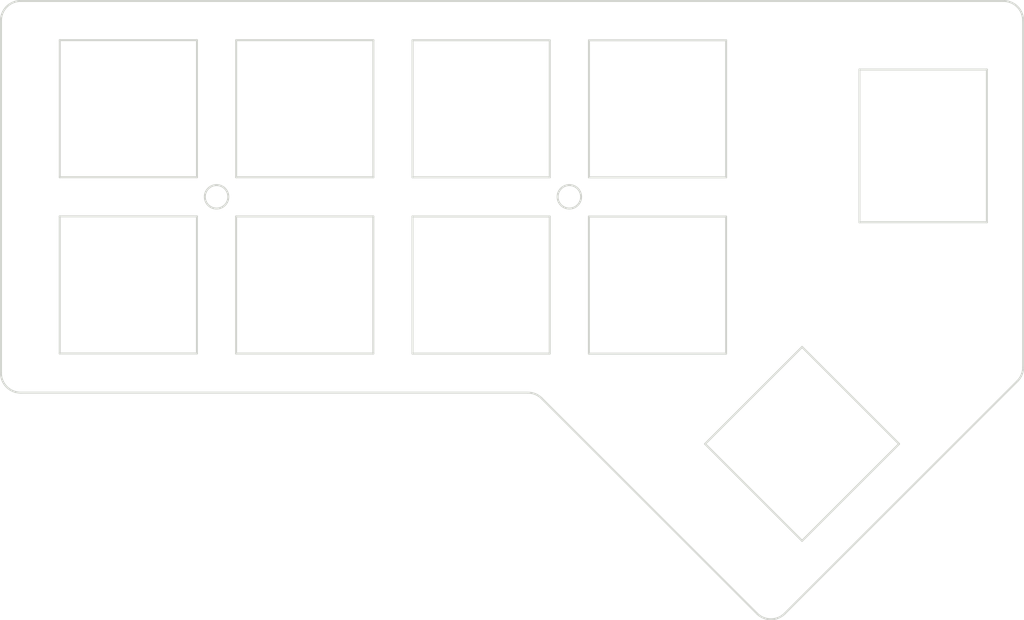
<source format=kicad_pcb>
(kicad_pcb
	(version 20240108)
	(generator "pcbnew")
	(generator_version "8.0")
	(general
		(thickness 1.6)
		(legacy_teardrops no)
	)
	(paper "A4")
	(layers
		(0 "F.Cu" signal)
		(31 "B.Cu" signal)
		(32 "B.Adhes" user "B.Adhesive")
		(33 "F.Adhes" user "F.Adhesive")
		(34 "B.Paste" user)
		(35 "F.Paste" user)
		(36 "B.SilkS" user "B.Silkscreen")
		(37 "F.SilkS" user "F.Silkscreen")
		(38 "B.Mask" user)
		(39 "F.Mask" user)
		(40 "Dwgs.User" user "User.Drawings")
		(41 "Cmts.User" user "User.Comments")
		(42 "Eco1.User" user "User.Eco1")
		(43 "Eco2.User" user "User.Eco2")
		(44 "Edge.Cuts" user)
		(45 "Margin" user)
		(46 "B.CrtYd" user "B.Courtyard")
		(47 "F.CrtYd" user "F.Courtyard")
		(48 "B.Fab" user)
		(49 "F.Fab" user)
		(50 "User.1" user)
		(51 "User.2" user)
		(52 "User.3" user)
		(53 "User.4" user)
		(54 "User.5" user)
		(55 "User.6" user)
		(56 "User.7" user)
		(57 "User.8" user)
		(58 "User.9" user)
	)
	(setup
		(pad_to_mask_clearance 0)
		(allow_soldermask_bridges_in_footprints no)
		(pcbplotparams
			(layerselection 0x00010fc_ffffffff)
			(plot_on_all_layers_selection 0x0000000_00000000)
			(disableapertmacros no)
			(usegerberextensions no)
			(usegerberattributes yes)
			(usegerberadvancedattributes yes)
			(creategerberjobfile yes)
			(dashed_line_dash_ratio 12.000000)
			(dashed_line_gap_ratio 3.000000)
			(svgprecision 4)
			(plotframeref no)
			(viasonmask no)
			(mode 1)
			(useauxorigin no)
			(hpglpennumber 1)
			(hpglpenspeed 20)
			(hpglpendiameter 15.000000)
			(pdf_front_fp_property_popups yes)
			(pdf_back_fp_property_popups yes)
			(dxfpolygonmode yes)
			(dxfimperialunits yes)
			(dxfusepcbnewfont yes)
			(psnegative no)
			(psa4output no)
			(plotreference yes)
			(plotvalue yes)
			(plotfptext yes)
			(plotinvisibletext no)
			(sketchpadsonfab no)
			(subtractmaskfromsilk no)
			(outputformat 1)
			(mirror no)
			(drillshape 1)
			(scaleselection 1)
			(outputdirectory "")
		)
	)
	(net 0 "")
	(gr_line
		(start 103.4989 75.3848)
		(end 113.3979 65.4853)
		(stroke
			(width 0.2)
			(type default)
		)
		(layer "Edge.Cuts")
		(uuid "0530fc95-1706-43c4-a7f3-631f33a88d7e")
	)
	(gr_line
		(start 27.75 24.25)
		(end 41.75 24.25)
		(stroke
			(width 0.2)
			(type default)
		)
		(layer "Edge.Cuts")
		(uuid "05cb5eaf-9ee1-4cc4-946c-ebb7fe1adbe7")
	)
	(gr_line
		(start 63.7448 42.2605)
		(end 77.7448 42.2605)
		(stroke
			(width 0.2)
			(type default)
		)
		(layer "Edge.Cuts")
		(uuid "14d16a29-4a49-4a43-9b5a-551560200df9")
	)
	(gr_line
		(start 124.0549 20.25)
		(end 23.75 20.25)
		(stroke
			(width 0.2)
			(type default)
		)
		(layer "Edge.Cuts")
		(uuid "16a2675f-1ae5-43b2-a0d2-dd27d7fed1c4")
	)
	(gr_line
		(start 77.7448 56.2605)
		(end 63.7448 56.2605)
		(stroke
			(width 0.2)
			(type default)
		)
		(layer "Edge.Cuts")
		(uuid "1aac60b2-1ba1-411c-82df-bb03d4c3ef84")
	)
	(gr_line
		(start 59.7448 42.2552)
		(end 59.7448 56.2552)
		(stroke
			(width 0.2)
			(type default)
		)
		(layer "Edge.Cuts")
		(uuid "1bd8db70-1b97-4467-85ca-65c659f628f5")
	)
	(gr_line
		(start 63.75 38.2605)
		(end 63.75 24.2605)
		(stroke
			(width 0.2)
			(type default)
		)
		(layer "Edge.Cuts")
		(uuid "25e01d1f-967c-44e0-8dfa-6e35a8ac8538")
	)
	(gr_line
		(start 45.75 38.2552)
		(end 45.75 24.2552)
		(stroke
			(width 0.2)
			(type default)
		)
		(layer "Edge.Cuts")
		(uuid "2d3300ee-df0e-442c-bde2-0cd2ce9f8826")
	)
	(gr_line
		(start 122.3549 27.25)
		(end 122.3549 42.85)
		(stroke
			(width 0.2)
			(type default)
		)
		(layer "Edge.Cuts")
		(uuid "2eed71e3-1d5e-4e74-a6d9-20d27bbede67")
	)
	(gr_line
		(start 41.75 24.25)
		(end 41.75 38.25)
		(stroke
			(width 0.2)
			(type default)
		)
		(layer "Edge.Cuts")
		(uuid "317b900a-077a-44ec-86f5-93685d5b80a2")
	)
	(gr_line
		(start 59.75 38.2552)
		(end 45.75 38.2552)
		(stroke
			(width 0.2)
			(type default)
		)
		(layer "Edge.Cuts")
		(uuid "4af2ffed-e1e4-4918-9995-078ed21e4528")
	)
	(gr_line
		(start 27.7448 56.25)
		(end 27.7448 42.25)
		(stroke
			(width 0.2)
			(type default)
		)
		(layer "Edge.Cuts")
		(uuid "4b2f03c3-a508-4ebd-9ea0-15a9e84b3253")
	)
	(gr_line
		(start 41.7448 42.25)
		(end 41.7448 56.25)
		(stroke
			(width 0.2)
			(type default)
		)
		(layer "Edge.Cuts")
		(uuid "4f38fab0-fc4e-4342-bb0e-cd445c4291b2")
	)
	(gr_line
		(start 81.75 24.2658)
		(end 95.75 24.2658)
		(stroke
			(width 0.2)
			(type default)
		)
		(layer "Edge.Cuts")
		(uuid "4f75af75-d730-4b0e-a21f-1b8f55b6980b")
	)
	(gr_line
		(start 122.3549 42.85)
		(end 109.3549 42.85)
		(stroke
			(width 0.2)
			(type default)
		)
		(layer "Edge.Cuts")
		(uuid "50a5c778-5cf0-4e1c-b08e-02a9a0759d73")
	)
	(gr_line
		(start 109.3549 42.85)
		(end 109.3549 27.25)
		(stroke
			(width 0.2)
			(type default)
		)
		(layer "Edge.Cuts")
		(uuid "565ebf92-eb86-432f-b930-1f50fa184585")
	)
	(gr_line
		(start 113.3979 65.4853)
		(end 103.4989 55.5858)
		(stroke
			(width 0.2)
			(type default)
		)
		(layer "Edge.Cuts")
		(uuid "58f76285-cbf3-4ab9-9a6f-f86a0d9548c9")
	)
	(gr_circle
		(center 79.75 40.25)
		(end 80.95 40.25)
		(stroke
			(width 0.2)
			(type default)
		)
		(fill none)
		(layer "Edge.Cuts")
		(uuid "5a931e53-f7f6-4d24-b09f-b70d81849a30")
	)
	(gr_line
		(start 81.7448 56.2658)
		(end 81.7448 42.2658)
		(stroke
			(width 0.2)
			(type default)
		)
		(layer "Edge.Cuts")
		(uuid "669888bd-d046-4c74-a433-7522d4914fda")
	)
	(gr_arc
		(start 23.75 60.25)
		(mid 22.335786 59.664214)
		(end 21.75 58.25)
		(stroke
			(width 0.2)
			(type default)
		)
		(layer "Edge.Cuts")
		(uuid "66a5b25a-9ad3-4a56-90b9-dd75ce373087")
	)
	(gr_line
		(start 21.75 22.25)
		(end 21.75 58.25)
		(stroke
			(width 0.2)
			(type default)
		)
		(layer "Edge.Cuts")
		(uuid "711ab35a-0159-4363-814c-ae7551e0764b")
	)
	(gr_arc
		(start 75.5149 60.25)
		(mid 76.284396 60.403957)
		(end 76.935424 60.842124)
		(stroke
			(width 0.2)
			(type default)
		)
		(layer "Edge.Cuts")
		(uuid "7377ef3e-ae01-4823-b701-d67216f0ba45")
	)
	(gr_line
		(start 93.5994 65.4853)
		(end 103.4989 75.3848)
		(stroke
			(width 0.2)
			(type default)
		)
		(layer "Edge.Cuts")
		(uuid "7de96ec2-bd75-4b3e-be2d-f473e0cfe17d")
	)
	(gr_line
		(start 23.75 60.25)
		(end 75.5149 60.25)
		(stroke
			(width 0.2)
			(type default)
		)
		(layer "Edge.Cuts")
		(uuid "8069268f-7b8b-4391-8c70-e709030b59df")
	)
	(gr_line
		(start 109.3549 27.25)
		(end 122.3549 27.25)
		(stroke
			(width 0.2)
			(type default)
		)
		(layer "Edge.Cuts")
		(uuid "809363c5-d89f-4e98-9e9f-2b70d9d5ad8b")
	)
	(gr_line
		(start 81.75 38.2658)
		(end 81.75 24.2658)
		(stroke
			(width 0.2)
			(type default)
		)
		(layer "Edge.Cuts")
		(uuid "8177ca11-dfff-4513-a2f4-6257596594f0")
	)
	(gr_line
		(start 126.0549 57.6572)
		(end 126.0549 22.25)
		(stroke
			(width 0.2)
			(type default)
		)
		(layer "Edge.Cuts")
		(uuid "8619d7bb-4d95-47b2-9a71-537d4e609507")
	)
	(gr_line
		(start 59.7448 56.2552)
		(end 45.7448 56.2552)
		(stroke
			(width 0.2)
			(type default)
		)
		(layer "Edge.Cuts")
		(uuid "8aba5dad-93a5-4a27-9658-f39ad0154cf9")
	)
	(gr_line
		(start 95.7448 42.2658)
		(end 95.7448 56.2658)
		(stroke
			(width 0.2)
			(type default)
		)
		(layer "Edge.Cuts")
		(uuid "8c170782-e240-48f7-b096-dce14e029be7")
	)
	(gr_line
		(start 63.75 24.2605)
		(end 77.75 24.2605)
		(stroke
			(width 0.2)
			(type default)
		)
		(layer "Edge.Cuts")
		(uuid "8d596e81-a375-4669-9ab2-46a5a0d8a8b2")
	)
	(gr_line
		(start 45.75 24.2552)
		(end 59.75 24.2552)
		(stroke
			(width 0.2)
			(type default)
		)
		(layer "Edge.Cuts")
		(uuid "9d665265-0cdc-4603-925e-97326c40a656")
	)
	(gr_arc
		(start 126.0549 57.6572)
		(mid 125.907478 58.410829)
		(end 125.486944 59.053356)
		(stroke
			(width 0.2)
			(type default)
		)
		(layer "Edge.Cuts")
		(uuid "a3395115-2b55-4a20-a50d-eabcd76fc340")
	)
	(gr_line
		(start 45.7448 42.2552)
		(end 59.7448 42.2552)
		(stroke
			(width 0.2)
			(type default)
		)
		(layer "Edge.Cuts")
		(uuid "a8823528-93c8-43cc-a845-8f2bf39173bc")
	)
	(gr_arc
		(start 21.75 22.25)
		(mid 22.335786 20.835786)
		(end 23.75 20.25)
		(stroke
			(width 0.2)
			(type default)
		)
		(layer "Edge.Cuts")
		(uuid "a8f84abc-0e5e-4032-b1e2-2a77d20d0ac5")
	)
	(gr_line
		(start 27.7448 42.25)
		(end 41.7448 42.25)
		(stroke
			(width 0.2)
			(type default)
		)
		(layer "Edge.Cuts")
		(uuid "a9b1eb9f-b572-463d-a012-ad2b81145861")
	)
	(gr_line
		(start 101.748945 82.791355)
		(end 125.486944 59.053356)
		(stroke
			(width 0.2)
			(type default)
		)
		(layer "Edge.Cuts")
		(uuid "b552483b-af00-4aaa-9fa4-d8fbda59054c")
	)
	(gr_line
		(start 103.4989 55.5858)
		(end 93.5994 65.4853)
		(stroke
			(width 0.2)
			(type default)
		)
		(layer "Edge.Cuts")
		(uuid "bc007db6-ad70-4eb3-8cbe-d50be25f959d")
	)
	(gr_arc
		(start 124.0549 20.25)
		(mid 125.469114 20.835786)
		(end 126.0549 22.25)
		(stroke
			(width 0.2)
			(type default)
		)
		(layer "Edge.Cuts")
		(uuid "bf2d0eac-8ed8-416a-85da-1c14d6ee853b")
	)
	(gr_line
		(start 77.7448 42.2605)
		(end 77.7448 56.2605)
		(stroke
			(width 0.2)
			(type default)
		)
		(layer "Edge.Cuts")
		(uuid "c2620a26-7542-4495-a139-e1e618a248ab")
	)
	(gr_line
		(start 77.75 38.2605)
		(end 63.75 38.2605)
		(stroke
			(width 0.2)
			(type default)
		)
		(layer "Edge.Cuts")
		(uuid "c9c7aeab-829e-425e-bf28-eae1d1e7f474")
	)
	(gr_line
		(start 41.7448 56.25)
		(end 27.7448 56.25)
		(stroke
			(width 0.2)
			(type default)
		)
		(layer "Edge.Cuts")
		(uuid "d0ba98c0-403f-4344-b98f-b9dac793dc7d")
	)
	(gr_line
		(start 95.75 38.2658)
		(end 81.75 38.2658)
		(stroke
			(width 0.2)
			(type default)
		)
		(layer "Edge.Cuts")
		(uuid "d2411d49-0337-4729-89c1-c94622da76ed")
	)
	(gr_line
		(start 45.7448 56.2552)
		(end 45.7448 42.2552)
		(stroke
			(width 0.2)
			(type default)
		)
		(layer "Edge.Cuts")
		(uuid "d547d9bd-4cdd-46fe-9856-d7855ee9d5b2")
	)
	(gr_line
		(start 76.935424 60.842124)
		(end 98.909024 82.815724)
		(stroke
			(width 0.2)
			(type default)
		)
		(layer "Edge.Cuts")
		(uuid "d80a2bb1-02c7-4c18-a420-ac3d6c25f01a")
	)
	(gr_line
		(start 95.75 24.2658)
		(end 95.75 38.2658)
		(stroke
			(width 0.2)
			(type default)
		)
		(layer "Edge.Cuts")
		(uuid "de9e2089-dbbc-4780-bde0-dc4edc39d132")
	)
	(gr_arc
		(start 101.748945 82.791355)
		(mid 100.334061 83.395127)
		(end 98.909024 82.815724)
		(stroke
			(width 0.2)
			(type default)
		)
		(layer "Edge.Cuts")
		(uuid "e1e34fca-efb4-48e3-815d-a7fcc14d23f2")
	)
	(gr_line
		(start 95.7448 56.2658)
		(end 81.7448 56.2658)
		(stroke
			(width 0.2)
			(type default)
		)
		(layer "Edge.Cuts")
		(uuid "e2014af2-da6d-4467-ac8a-f5587e777fbb")
	)
	(gr_line
		(start 41.75 38.25)
		(end 27.75 38.25)
		(stroke
			(width 0.2)
			(type default)
		)
		(layer "Edge.Cuts")
		(uuid "e3d317e4-a035-417e-a45f-e821dd16d8cb")
	)
	(gr_line
		(start 77.75 24.2605)
		(end 77.75 38.2605)
		(stroke
			(width 0.2)
			(type default)
		)
		(layer "Edge.Cuts")
		(uuid "e6c3c8bc-fbba-41eb-952e-144ab1c028f9")
	)
	(gr_line
		(start 81.7448 42.2658)
		(end 95.7448 42.2658)
		(stroke
			(width 0.2)
			(type default)
		)
		(layer "Edge.Cuts")
		(uuid "edbb047c-5f0b-4f9f-8909-7673f265f35e")
	)
	(gr_circle
		(center 43.75 40.25)
		(end 44.95 40.25)
		(stroke
			(width 0.2)
			(type default)
		)
		(fill none)
		(layer "Edge.Cuts")
		(uuid "ee20b9dc-c8fb-4a42-abca-6de5dbeb560e")
	)
	(gr_line
		(start 59.75 24.2552)
		(end 59.75 38.2552)
		(stroke
			(width 0.2)
			(type default)
		)
		(layer "Edge.Cuts")
		(uuid "f6964a84-b5fd-44e2-88bf-1c0b5857e70f")
	)
	(gr_line
		(start 27.75 38.25)
		(end 27.75 24.25)
		(stroke
			(width 0.2)
			(type default)
		)
		(layer "Edge.Cuts")
		(uuid "fb14a9e0-b5dc-4db6-baf5-5bcb2f4b31f3")
	)
	(gr_line
		(start 63.7448 56.2605)
		(end 63.7448 42.2605)
		(stroke
			(width 0.2)
			(type default)
		)
		(layer "Edge.Cuts")
		(uuid "fd8949a3-41f4-4925-8a89-1221a50caf9b")
	)
	(group ""
		(uuid "dfb71f92-127e-40ae-9493-1546dff23246")
		(members "0530fc95-1706-43c4-a7f3-631f33a88d7e" "05cb5eaf-9ee1-4cc4-946c-ebb7fe1adbe7"
			"14d16a29-4a49-4a43-9b5a-551560200df9" "16a2675f-1ae5-43b2-a0d2-dd27d7fed1c4"
			"1aac60b2-1ba1-411c-82df-bb03d4c3ef84" "1bd8db70-1b97-4467-85ca-65c659f628f5"
			"25e01d1f-967c-44e0-8dfa-6e35a8ac8538" "2d3300ee-df0e-442c-bde2-0cd2ce9f8826"
			"2eed71e3-1d5e-4e74-a6d9-20d27bbede67" "317b900a-077a-44ec-86f5-93685d5b80a2"
			"4af2ffed-e1e4-4918-9995-078ed21e4528" "4b2f03c3-a508-4ebd-9ea0-15a9e84b3253"
			"4f38fab0-fc4e-4342-bb0e-cd445c4291b2" "4f75af75-d730-4b0e-a21f-1b8f55b6980b"
			"50a5c778-5cf0-4e1c-b08e-02a9a0759d73" "565ebf92-eb86-432f-b930-1f50fa184585"
			"58f76285-cbf3-4ab9-9a6f-f86a0d9548c9" "5a931e53-f7f6-4d24-b09f-b70d81849a30"
			"669888bd-d046-4c74-a433-7522d4914fda" "66a5b25a-9ad3-4a56-90b9-dd75ce373087"
			"711ab35a-0159-4363-814c-ae7551e0764b" "7377ef3e-ae01-4823-b701-d67216f0ba45"
			"7de96ec2-bd75-4b3e-be2d-f473e0cfe17d" "8069268f-7b8b-4391-8c70-e709030b59df"
			"809363c5-d89f-4e98-9e9f-2b70d9d5ad8b" "8177ca11-dfff-4513-a2f4-6257596594f0"
			"8619d7bb-4d95-47b2-9a71-537d4e609507" "8aba5dad-93a5-4a27-9658-f39ad0154cf9"
			"8c170782-e240-48f7-b096-dce14e029be7" "8d596e81-a375-4669-9ab2-46a5a0d8a8b2"
			"9d665265-0cdc-4603-925e-97326c40a656" "a3395115-2b55-4a20-a50d-eabcd76fc340"
			"a8823528-93c8-43cc-a845-8f2bf39173bc" "a8f84abc-0e5e-4032-b1e2-2a77d20d0ac5"
			"a9b1eb9f-b572-463d-a012-ad2b81145861" "b552483b-af00-4aaa-9fa4-d8fbda59054c"
			"bc007db6-ad70-4eb3-8cbe-d50be25f959d" "bf2d0eac-8ed8-416a-85da-1c14d6ee853b"
			"c2620a26-7542-4495-a139-e1e618a248ab" "c9c7aeab-829e-425e-bf28-eae1d1e7f474"
			"d0ba98c0-403f-4344-b98f-b9dac793dc7d" "d2411d49-0337-4729-89c1-c94622da76ed"
			"d547d9bd-4cdd-46fe-9856-d7855ee9d5b2" "d80a2bb1-02c7-4c18-a420-ac3d6c25f01a"
			"de9e2089-dbbc-4780-bde0-dc4edc39d132" "e1e34fca-efb4-48e3-815d-a7fcc14d23f2"
			"e2014af2-da6d-4467-ac8a-f5587e777fbb" "e3d317e4-a035-417e-a45f-e821dd16d8cb"
			"e6c3c8bc-fbba-41eb-952e-144ab1c028f9" "edbb047c-5f0b-4f9f-8909-7673f265f35e"
			"ee20b9dc-c8fb-4a42-abca-6de5dbeb560e" "f6964a84-b5fd-44e2-88bf-1c0b5857e70f"
			"fb14a9e0-b5dc-4db6-baf5-5bcb2f4b31f3" "fd8949a3-41f4-4925-8a89-1221a50caf9b"
		)
	)
)

</source>
